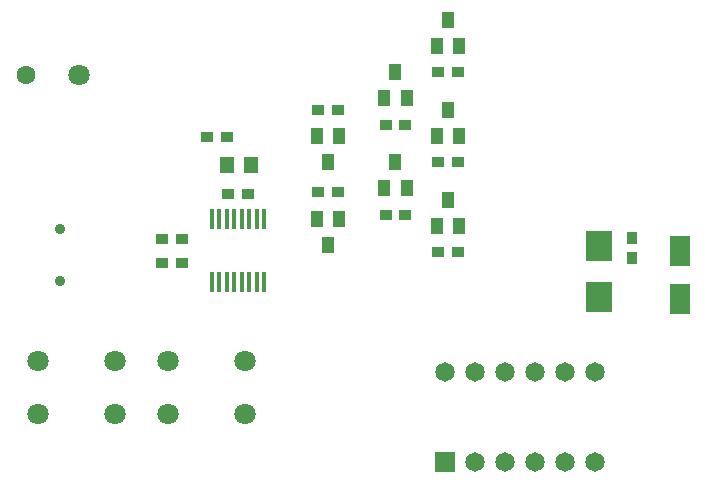
<source format=gbs>
G04 (created by PCBNEW (2013-07-07 BZR 4022)-stable) date 3/3/2015 11:44:30 PM*
%MOIN*%
G04 Gerber Fmt 3.4, Leading zero omitted, Abs format*
%FSLAX34Y34*%
G01*
G70*
G90*
G04 APERTURE LIST*
%ADD10C,0.00590551*%
%ADD11R,0.0393701X0.0374016*%
%ADD12C,0.0708661*%
%ADD13C,0.0629921*%
%ADD14C,0.0354*%
%ADD15R,0.0393701X0.0551181*%
%ADD16R,0.0905512X0.0984252*%
%ADD17R,0.0669291X0.0984252*%
%ADD18R,0.0374016X0.0393701*%
%ADD19R,0.0452756X0.0570866*%
%ADD20R,0.065X0.065*%
%ADD21C,0.065*%
%ADD22R,0.016X0.065*%
G04 APERTURE END LIST*
G54D10*
G54D11*
X41574Y-45250D03*
X40925Y-45250D03*
G54D12*
X35929Y-50858D03*
X38488Y-50858D03*
X35929Y-52629D03*
X38488Y-52629D03*
G54D13*
X31200Y-41350D03*
G54D12*
X32971Y-41350D03*
G54D14*
X32335Y-46484D03*
X32335Y-48216D03*
G54D12*
X34157Y-52629D03*
X31598Y-52629D03*
X34157Y-50858D03*
X31598Y-50858D03*
G54D15*
X40875Y-43383D03*
X41624Y-43383D03*
X41250Y-44250D03*
X45624Y-46366D03*
X44875Y-46366D03*
X45250Y-45500D03*
X40875Y-46133D03*
X41624Y-46133D03*
X41250Y-47000D03*
X45624Y-40366D03*
X44875Y-40366D03*
X45250Y-39500D03*
X43874Y-42116D03*
X43125Y-42116D03*
X43500Y-41250D03*
X45624Y-43366D03*
X44875Y-43366D03*
X45250Y-42500D03*
X43874Y-45116D03*
X43125Y-45116D03*
X43500Y-44250D03*
G54D16*
X50300Y-48746D03*
X50300Y-47053D03*
G54D17*
X53000Y-47212D03*
X53000Y-48787D03*
G54D11*
X44925Y-44250D03*
X45574Y-44250D03*
X43175Y-43000D03*
X43824Y-43000D03*
X44925Y-41250D03*
X45574Y-41250D03*
X41574Y-42500D03*
X40925Y-42500D03*
X43175Y-46000D03*
X43824Y-46000D03*
X44925Y-47250D03*
X45574Y-47250D03*
X36374Y-47600D03*
X35725Y-47600D03*
X36374Y-46800D03*
X35725Y-46800D03*
X37874Y-43400D03*
X37225Y-43400D03*
G54D18*
X51400Y-46775D03*
X51400Y-47424D03*
G54D19*
X37896Y-44350D03*
X38703Y-44350D03*
G54D11*
X37925Y-45300D03*
X38574Y-45300D03*
G54D20*
X45141Y-54228D03*
G54D21*
X46141Y-54228D03*
X47141Y-54228D03*
X48141Y-54228D03*
X49141Y-54228D03*
X50141Y-54228D03*
X50141Y-51228D03*
X49141Y-51228D03*
X48141Y-51228D03*
X47141Y-51228D03*
X46141Y-51228D03*
X45141Y-51228D03*
G54D22*
X38375Y-48250D03*
X38125Y-48250D03*
X37875Y-48250D03*
X37625Y-48250D03*
X39125Y-46150D03*
X39125Y-48250D03*
X38875Y-48250D03*
X38625Y-48250D03*
X37375Y-46150D03*
X37625Y-46150D03*
X37875Y-46150D03*
X38125Y-46150D03*
X38375Y-46150D03*
X38625Y-46150D03*
X37375Y-48250D03*
X38875Y-46150D03*
M02*

</source>
